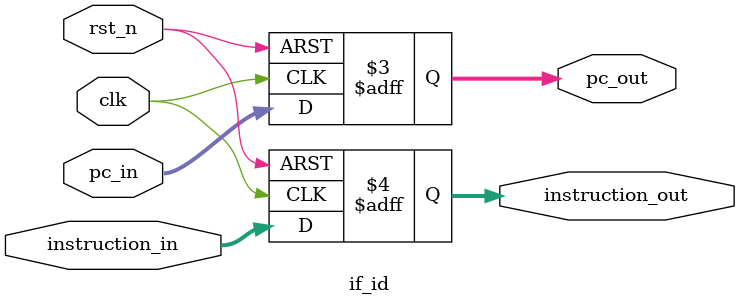
<source format=v>
module if_id (
    input clk,
    input rst_n,
    input [31:0] pc_in,
    input [31:0] instruction_in,
    output reg [31:0] pc_out,
    output reg [31:0] instruction_out
);
    always @(posedge clk or negedge rst_n) begin
        if (!rst_n) begin
            pc_out <= 0;
            instruction_out <= 0;
        end else begin
            pc_out <= pc_in;
            instruction_out <= instruction_in;
        end
    end
endmodule
</source>
